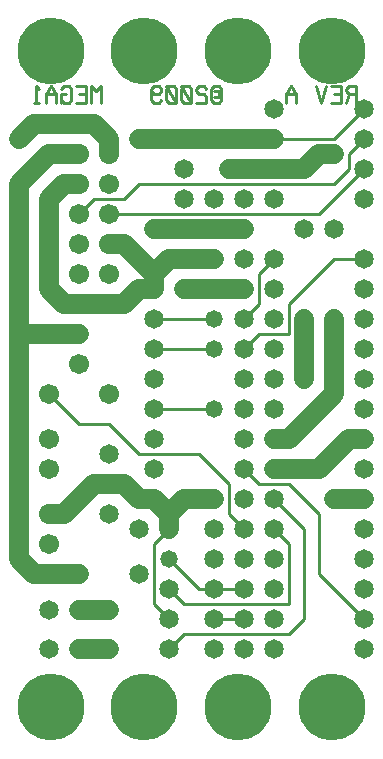
<source format=gbl>
%MOIN*%
%FSLAX25Y25*%
G04 D10 used for Character Trace; *
G04     Circle (OD=.01000) (No hole)*
G04 D11 used for Power Trace; *
G04     Circle (OD=.06500) (No hole)*
G04 D12 used for Signal Trace; *
G04     Circle (OD=.01100) (No hole)*
G04 D13 used for Via; *
G04     Circle (OD=.05800) (Round. Hole ID=.02800)*
G04 D14 used for Component hole; *
G04     Circle (OD=.06500) (Round. Hole ID=.03500)*
G04 D15 used for Component hole; *
G04     Circle (OD=.06700) (Round. Hole ID=.04300)*
G04 D16 used for Component hole; *
G04     Circle (OD=.08100) (Round. Hole ID=.05100)*
G04 D17 used for Component hole; *
G04     Circle (OD=.08900) (Round. Hole ID=.05900)*
G04 D18 used for Component hole; *
G04     Circle (OD=.11300) (Round. Hole ID=.08300)*
G04 D19 used for Component hole; *
G04     Circle (OD=.16000) (Round. Hole ID=.13000)*
G04 D20 used for Component hole; *
G04     Circle (OD=.18300) (Round. Hole ID=.15300)*
G04 D21 used for Component hole; *
G04     Circle (OD=.22291) (Round. Hole ID=.19291)*
%ADD10C,.01000*%
%ADD11C,.06500*%
%ADD12C,.01100*%
%ADD13C,.05800*%
%ADD14C,.06500*%
%ADD15C,.06700*%
%ADD16C,.08100*%
%ADD17C,.08900*%
%ADD18C,.11300*%
%ADD19C,.16000*%
%ADD20C,.18300*%
%ADD21C,.22291*%
%IPPOS*%
%LPD*%
G90*X0Y0D02*D21*X15625Y15625D03*D14*              
X35000Y35000D03*D11*X25000D01*D14*D03*            
X35000Y48000D03*D11*X25000D01*D14*D03*            
X15000Y35000D03*Y48000D03*D11*X10000Y60000D02*    
X25000D01*D14*D03*D15*X15000Y70000D03*D11*        
X10000Y60000D02*X5000Y65000D01*Y140000D01*        
X25000D01*D13*D03*D15*Y130000D03*D13*             
X20000Y150000D03*D11*X40000D01*X45000Y155000D01*  
X50000D01*D14*D03*D11*Y160000D01*X55000Y165000D01*
X70000D01*D13*D03*D14*X80000Y155000D03*D11*       
X60000D01*D13*D03*X70000Y145000D03*D12*X50000D01* 
D14*D03*Y135000D03*D12*X70000D01*D13*D03*D14*     
X80000Y125000D03*Y145000D03*D12*X85000Y150000D01* 
Y160000D01*X90000Y165000D01*D14*D03*              
X100000Y175000D03*X80000D03*D11*X50000D01*D13*D03*
D14*X60000Y185000D03*D12*X30000D02*X40000D01*     
X25000Y180000D02*X30000Y185000D01*D15*            
X25000Y180000D03*X35000Y170000D03*D11*X40000D01*  
X50000Y160000D01*D15*X35000D03*Y180000D03*D12*    
X105000D01*X120000Y195000D01*D14*D03*D12*         
X115000D02*Y200000D01*X110000Y190000D02*          
X115000Y195000D01*X45000Y190000D02*X110000D01*    
X40000Y185000D02*X45000Y190000D01*D15*X35000D03*  
X25000Y200000D03*D11*X15000D01*X5000Y190000D01*   
Y140000D01*X20000Y150000D02*X15000Y155000D01*     
Y185000D01*X20000Y190000D01*X25000D01*D15*D03*    
X35000Y200000D03*D11*Y205000D01*X30000Y210000D01* 
X10000D01*X5000Y205000D01*D13*D03*D10*            
X32511Y217129D02*Y222871D01*X30837Y220957D01*     
X29163Y222871D01*Y217129D01*X24163D02*X27511D01*  
Y222871D01*X24163D01*X27511Y220000D02*X25000D01*  
X19163Y218086D02*X20000Y217129D01*X21674D01*      
X22511Y218086D01*Y221914D01*X21674Y222871D01*     
X20000D01*X19163Y221914D01*X20837Y220000D02*      
X19163D01*Y217129D01*X17511D02*Y220000D01*        
X15837Y222871D01*X14163Y220000D01*Y217129D01*     
X17511Y220000D02*X14163D01*X11674Y221914D02*      
X10837Y222871D01*Y217129D01*X11674D02*X10000D01*  
D21*X15625Y234375D03*D15*X25000Y170000D03*D13*    
X45000Y205000D03*D11*X60000D01*D14*D03*D11*       
X75000D01*D14*D03*D11*X90000D01*D14*D03*D12*      
X110000D01*X120000Y215000D01*D14*D03*Y205000D03*  
D12*X115000Y200000D01*D13*X110000D03*D11*         
X105000D01*X100000Y195000D01*X90000D01*D14*D03*   
D11*X75000D01*D14*D03*X70000Y185000D03*X80000D03* 
X90000D03*X60000Y195000D03*X90000Y215000D03*D10*  
X70000Y220957D02*X71674D01*Y219043D01*X70000D01*  
X71674Y217129D02*X70000D01*X69163Y218086D01*      
Y221914D01*X70000Y222871D01*X71674D01*            
X72511Y221914D01*Y218086D01*X71674Y217129D01*     
X67511Y221914D02*X66674Y222871D01*X65000D01*      
X64163Y221914D01*Y220957D01*X65000Y220000D01*     
X66674D01*X67511Y219043D01*Y217129D01*X64163D01*  
X59163Y218086D02*X60000Y217129D01*X61674D01*      
X62511Y218086D01*Y221914D01*X61674Y222871D01*     
X60000D01*X59163Y221914D01*Y218086D01*            
X62511Y217129D02*X59163Y222871D01*                
X54163Y218086D02*X55000Y217129D01*X56674D01*      
X57511Y218086D01*Y221914D01*X56674Y222871D01*     
X55000D01*X54163Y221914D01*Y218086D01*            
X57511Y217129D02*X54163Y222871D01*                
X49163Y220957D02*X50000Y220000D01*X51674D01*      
X52511Y220957D01*Y221914D01*X51674Y222871D01*     
X50000D01*X49163Y221914D01*Y218086D01*            
X50000Y217129D01*X51674D01*X52511Y218086D01*      
X117511Y217129D02*Y222871D01*X115000D01*          
X114163Y221914D01*Y220957D01*X115000Y220000D01*   
X117511D01*X115000D02*X114163Y217129D01*          
X109163D02*X112511D01*Y222871D01*X109163D01*      
X112511Y220000D02*X110000D01*X107511Y222871D02*   
X105837Y217129D01*X104163Y222871D01*              
X97511Y217129D02*Y220000D01*X95837Y222871D01*     
X94163Y220000D01*Y217129D01*X97511Y220000D02*     
X94163D01*D14*X80000Y165000D03*D12*               
X95000Y150000D02*X110000Y165000D01*               
X95000Y140000D02*Y150000D01*X85000Y140000D02*     
X95000D01*X80000Y135000D02*X85000Y140000D01*D14*  
X80000Y135000D03*X90000Y125000D03*Y145000D03*     
Y135000D03*D13*X100000Y125000D03*D11*Y145000D01*  
D13*D03*D14*X90000Y155000D03*D13*                 
X110000Y145000D03*D11*Y120000D01*D13*D03*D11*     
X95000Y105000D01*X90000D01*D14*D03*D13*           
X100000Y95000D03*D11*X90000D01*D14*D03*D12*       
X105000Y80000D02*X95000Y90000D01*X105000Y60000D02*
Y80000D01*X120000Y45000D02*X105000Y60000D01*D14*  
X120000Y45000D03*Y55000D03*Y35000D03*Y65000D03*   
D12*X95000Y40000D02*X100000Y45000D01*             
X60000Y40000D02*X95000D01*X55000Y35000D02*        
X60000Y40000D01*D14*X55000Y35000D03*Y45000D03*D12*
X50000Y50000D01*Y70000D01*X55000Y75000D01*D14*D03*
D11*Y80000D01*X60000Y85000D01*X70000D01*D14*D03*  
D12*X80000Y75000D02*X75000Y80000D01*D14*          
X80000Y75000D03*D12*X75000Y80000D02*Y90000D01*    
X65000Y100000D01*X45000D01*X35000Y110000D01*      
X25000D01*X15000Y120000D01*D15*D03*Y105000D03*D14*
X35000Y100000D03*D15*Y120000D03*X15000Y95000D03*  
D11*X20000Y80000D02*X30000Y90000D01*              
X15000Y80000D02*X20000D01*D15*X15000D03*D11*      
X30000Y90000D02*X40000D01*X45000Y85000D01*        
X50000D01*X55000Y80000D01*D14*X45000Y75000D03*    
X70000Y65000D03*Y75000D03*D13*X55000Y65000D03*D12*
X65000Y55000D01*X70000D01*D14*D03*D12*X80000D01*  
D14*D03*X90000Y45000D03*Y65000D03*X70000Y45000D03*
D12*X80000D01*D14*D03*X90000Y35000D03*Y55000D03*  
X70000Y35000D03*X80000D03*D12*X60000Y50000D02*    
X95000D01*X60000D02*X55000Y55000D01*D14*D03*      
X45000Y60000D03*X80000Y65000D03*X35000Y80000D03*  
X80000Y85000D03*D12*X85000Y90000D02*X95000D01*D11*
X100000Y95000D02*X105000D01*X115000Y105000D01*    
X120000D01*D14*D03*Y115000D03*Y95000D03*D13*      
X110000Y85000D03*D11*X120000D01*D14*D03*Y75000D03*
D12*X100000Y45000D02*Y75000D01*X95000Y50000D02*   
Y70000D01*X90000Y75000D01*D14*D03*D12*X100000D02* 
X90000Y85000D01*D14*D03*D12*X85000Y90000D02*      
X80000Y95000D01*D14*D03*Y105000D03*               
X90000Y115000D03*X80000D03*D13*X70000D03*D12*     
X50000D01*D14*D03*Y125000D03*Y105000D03*Y95000D03*
D15*X25000Y160000D03*D14*X110000Y175000D03*D12*   
Y165000D02*X120000D01*D14*D03*Y155000D03*         
Y185000D03*Y145000D03*Y135000D03*Y125000D03*D21*  
X109375Y234375D03*X78125D03*X46875D03*Y15625D03*  
X78125D03*X109375D03*M02*                         

</source>
